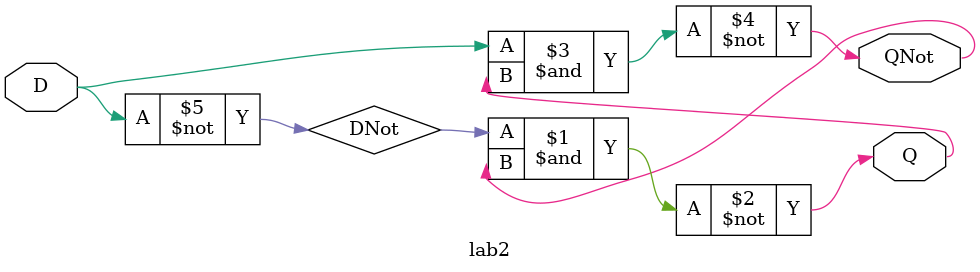
<source format=v>
module lab2(Q,QNot,D);
output Q,QNot;
input D;

wire [0:0] DNot;

not(DNot[0], D);

nand(Q,DNot[0],QNot);
nand(QNot,D,Q);

endmodule
</source>
